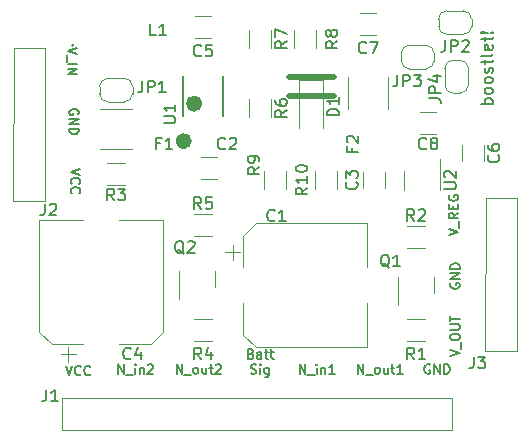
<source format=gto>
G04 #@! TF.GenerationSoftware,KiCad,Pcbnew,7.0.5-0*
G04 #@! TF.CreationDate,2023-12-30T21:45:12-05:00*
G04 #@! TF.ProjectId,boostlet,626f6f73-746c-4657-942e-6b696361645f,rev?*
G04 #@! TF.SameCoordinates,Original*
G04 #@! TF.FileFunction,Legend,Top*
G04 #@! TF.FilePolarity,Positive*
%FSLAX46Y46*%
G04 Gerber Fmt 4.6, Leading zero omitted, Abs format (unit mm)*
G04 Created by KiCad (PCBNEW 7.0.5-0) date 2023-12-30 21:45:12*
%MOMM*%
%LPD*%
G01*
G04 APERTURE LIST*
%ADD10C,0.500000*%
%ADD11C,0.707905*%
%ADD12C,0.175000*%
%ADD13C,0.150000*%
%ADD14C,0.120000*%
%ADD15C,0.152400*%
G04 APERTURE END LIST*
D10*
X125603000Y-86233000D02*
X129413000Y-86233000D01*
X125603000Y-87884000D02*
X129413000Y-87884000D01*
D11*
X117066952Y-91694000D02*
G75*
G03*
X117066952Y-91694000I-353952J0D01*
G01*
X117955952Y-88519000D02*
G75*
G03*
X117955952Y-88519000I-353952J0D01*
G01*
D12*
X107968004Y-94056333D02*
X107168004Y-94323000D01*
X107168004Y-94323000D02*
X107968004Y-94589666D01*
X107244195Y-95313476D02*
X107206100Y-95275380D01*
X107206100Y-95275380D02*
X107168004Y-95161095D01*
X107168004Y-95161095D02*
X107168004Y-95084904D01*
X107168004Y-95084904D02*
X107206100Y-94970618D01*
X107206100Y-94970618D02*
X107282290Y-94894428D01*
X107282290Y-94894428D02*
X107358480Y-94856333D01*
X107358480Y-94856333D02*
X107510861Y-94818237D01*
X107510861Y-94818237D02*
X107625147Y-94818237D01*
X107625147Y-94818237D02*
X107777528Y-94856333D01*
X107777528Y-94856333D02*
X107853719Y-94894428D01*
X107853719Y-94894428D02*
X107929909Y-94970618D01*
X107929909Y-94970618D02*
X107968004Y-95084904D01*
X107968004Y-95084904D02*
X107968004Y-95161095D01*
X107968004Y-95161095D02*
X107929909Y-95275380D01*
X107929909Y-95275380D02*
X107891814Y-95313476D01*
X107244195Y-96113476D02*
X107206100Y-96075380D01*
X107206100Y-96075380D02*
X107168004Y-95961095D01*
X107168004Y-95961095D02*
X107168004Y-95884904D01*
X107168004Y-95884904D02*
X107206100Y-95770618D01*
X107206100Y-95770618D02*
X107282290Y-95694428D01*
X107282290Y-95694428D02*
X107358480Y-95656333D01*
X107358480Y-95656333D02*
X107510861Y-95618237D01*
X107510861Y-95618237D02*
X107625147Y-95618237D01*
X107625147Y-95618237D02*
X107777528Y-95656333D01*
X107777528Y-95656333D02*
X107853719Y-95694428D01*
X107853719Y-95694428D02*
X107929909Y-95770618D01*
X107929909Y-95770618D02*
X107968004Y-95884904D01*
X107968004Y-95884904D02*
X107968004Y-95961095D01*
X107968004Y-95961095D02*
X107929909Y-96075380D01*
X107929909Y-96075380D02*
X107891814Y-96113476D01*
D13*
X142871819Y-88563220D02*
X141871819Y-88563220D01*
X142252771Y-88563220D02*
X142205152Y-88467982D01*
X142205152Y-88467982D02*
X142205152Y-88277506D01*
X142205152Y-88277506D02*
X142252771Y-88182268D01*
X142252771Y-88182268D02*
X142300390Y-88134649D01*
X142300390Y-88134649D02*
X142395628Y-88087030D01*
X142395628Y-88087030D02*
X142681342Y-88087030D01*
X142681342Y-88087030D02*
X142776580Y-88134649D01*
X142776580Y-88134649D02*
X142824200Y-88182268D01*
X142824200Y-88182268D02*
X142871819Y-88277506D01*
X142871819Y-88277506D02*
X142871819Y-88467982D01*
X142871819Y-88467982D02*
X142824200Y-88563220D01*
X142871819Y-87515601D02*
X142824200Y-87610839D01*
X142824200Y-87610839D02*
X142776580Y-87658458D01*
X142776580Y-87658458D02*
X142681342Y-87706077D01*
X142681342Y-87706077D02*
X142395628Y-87706077D01*
X142395628Y-87706077D02*
X142300390Y-87658458D01*
X142300390Y-87658458D02*
X142252771Y-87610839D01*
X142252771Y-87610839D02*
X142205152Y-87515601D01*
X142205152Y-87515601D02*
X142205152Y-87372744D01*
X142205152Y-87372744D02*
X142252771Y-87277506D01*
X142252771Y-87277506D02*
X142300390Y-87229887D01*
X142300390Y-87229887D02*
X142395628Y-87182268D01*
X142395628Y-87182268D02*
X142681342Y-87182268D01*
X142681342Y-87182268D02*
X142776580Y-87229887D01*
X142776580Y-87229887D02*
X142824200Y-87277506D01*
X142824200Y-87277506D02*
X142871819Y-87372744D01*
X142871819Y-87372744D02*
X142871819Y-87515601D01*
X142871819Y-86610839D02*
X142824200Y-86706077D01*
X142824200Y-86706077D02*
X142776580Y-86753696D01*
X142776580Y-86753696D02*
X142681342Y-86801315D01*
X142681342Y-86801315D02*
X142395628Y-86801315D01*
X142395628Y-86801315D02*
X142300390Y-86753696D01*
X142300390Y-86753696D02*
X142252771Y-86706077D01*
X142252771Y-86706077D02*
X142205152Y-86610839D01*
X142205152Y-86610839D02*
X142205152Y-86467982D01*
X142205152Y-86467982D02*
X142252771Y-86372744D01*
X142252771Y-86372744D02*
X142300390Y-86325125D01*
X142300390Y-86325125D02*
X142395628Y-86277506D01*
X142395628Y-86277506D02*
X142681342Y-86277506D01*
X142681342Y-86277506D02*
X142776580Y-86325125D01*
X142776580Y-86325125D02*
X142824200Y-86372744D01*
X142824200Y-86372744D02*
X142871819Y-86467982D01*
X142871819Y-86467982D02*
X142871819Y-86610839D01*
X142824200Y-85896553D02*
X142871819Y-85801315D01*
X142871819Y-85801315D02*
X142871819Y-85610839D01*
X142871819Y-85610839D02*
X142824200Y-85515601D01*
X142824200Y-85515601D02*
X142728961Y-85467982D01*
X142728961Y-85467982D02*
X142681342Y-85467982D01*
X142681342Y-85467982D02*
X142586104Y-85515601D01*
X142586104Y-85515601D02*
X142538485Y-85610839D01*
X142538485Y-85610839D02*
X142538485Y-85753696D01*
X142538485Y-85753696D02*
X142490866Y-85848934D01*
X142490866Y-85848934D02*
X142395628Y-85896553D01*
X142395628Y-85896553D02*
X142348009Y-85896553D01*
X142348009Y-85896553D02*
X142252771Y-85848934D01*
X142252771Y-85848934D02*
X142205152Y-85753696D01*
X142205152Y-85753696D02*
X142205152Y-85610839D01*
X142205152Y-85610839D02*
X142252771Y-85515601D01*
X142205152Y-85182267D02*
X142205152Y-84801315D01*
X141871819Y-85039410D02*
X142728961Y-85039410D01*
X142728961Y-85039410D02*
X142824200Y-84991791D01*
X142824200Y-84991791D02*
X142871819Y-84896553D01*
X142871819Y-84896553D02*
X142871819Y-84801315D01*
X142871819Y-84325124D02*
X142824200Y-84420362D01*
X142824200Y-84420362D02*
X142728961Y-84467981D01*
X142728961Y-84467981D02*
X141871819Y-84467981D01*
X142824200Y-83563219D02*
X142871819Y-83658457D01*
X142871819Y-83658457D02*
X142871819Y-83848933D01*
X142871819Y-83848933D02*
X142824200Y-83944171D01*
X142824200Y-83944171D02*
X142728961Y-83991790D01*
X142728961Y-83991790D02*
X142348009Y-83991790D01*
X142348009Y-83991790D02*
X142252771Y-83944171D01*
X142252771Y-83944171D02*
X142205152Y-83848933D01*
X142205152Y-83848933D02*
X142205152Y-83658457D01*
X142205152Y-83658457D02*
X142252771Y-83563219D01*
X142252771Y-83563219D02*
X142348009Y-83515600D01*
X142348009Y-83515600D02*
X142443247Y-83515600D01*
X142443247Y-83515600D02*
X142538485Y-83991790D01*
X142205152Y-83229885D02*
X142205152Y-82848933D01*
X141871819Y-83087028D02*
X142728961Y-83087028D01*
X142728961Y-83087028D02*
X142824200Y-83039409D01*
X142824200Y-83039409D02*
X142871819Y-82944171D01*
X142871819Y-82944171D02*
X142871819Y-82848933D01*
X142776580Y-82515599D02*
X142824200Y-82467980D01*
X142824200Y-82467980D02*
X142871819Y-82515599D01*
X142871819Y-82515599D02*
X142824200Y-82563218D01*
X142824200Y-82563218D02*
X142776580Y-82515599D01*
X142776580Y-82515599D02*
X142871819Y-82515599D01*
X142490866Y-82515599D02*
X141919438Y-82563218D01*
X141919438Y-82563218D02*
X141871819Y-82515599D01*
X141871819Y-82515599D02*
X141919438Y-82467980D01*
X141919438Y-82467980D02*
X142490866Y-82515599D01*
X142490866Y-82515599D02*
X141871819Y-82515599D01*
D12*
X139300995Y-109918285D02*
X140100995Y-109651618D01*
X140100995Y-109651618D02*
X139300995Y-109384952D01*
X140177185Y-109308762D02*
X140177185Y-108699238D01*
X139300995Y-108356380D02*
X139300995Y-108203999D01*
X139300995Y-108203999D02*
X139339090Y-108127809D01*
X139339090Y-108127809D02*
X139415280Y-108051618D01*
X139415280Y-108051618D02*
X139567661Y-108013523D01*
X139567661Y-108013523D02*
X139834328Y-108013523D01*
X139834328Y-108013523D02*
X139986709Y-108051618D01*
X139986709Y-108051618D02*
X140062900Y-108127809D01*
X140062900Y-108127809D02*
X140100995Y-108203999D01*
X140100995Y-108203999D02*
X140100995Y-108356380D01*
X140100995Y-108356380D02*
X140062900Y-108432571D01*
X140062900Y-108432571D02*
X139986709Y-108508761D01*
X139986709Y-108508761D02*
X139834328Y-108546857D01*
X139834328Y-108546857D02*
X139567661Y-108546857D01*
X139567661Y-108546857D02*
X139415280Y-108508761D01*
X139415280Y-108508761D02*
X139339090Y-108432571D01*
X139339090Y-108432571D02*
X139300995Y-108356380D01*
X139300995Y-107670666D02*
X139948614Y-107670666D01*
X139948614Y-107670666D02*
X140024804Y-107632571D01*
X140024804Y-107632571D02*
X140062900Y-107594476D01*
X140062900Y-107594476D02*
X140100995Y-107518285D01*
X140100995Y-107518285D02*
X140100995Y-107365904D01*
X140100995Y-107365904D02*
X140062900Y-107289714D01*
X140062900Y-107289714D02*
X140024804Y-107251619D01*
X140024804Y-107251619D02*
X139948614Y-107213523D01*
X139948614Y-107213523D02*
X139300995Y-107213523D01*
X139300995Y-106946857D02*
X139300995Y-106489714D01*
X140100995Y-106718286D02*
X139300995Y-106718286D01*
X139173995Y-99650333D02*
X139973995Y-99383666D01*
X139973995Y-99383666D02*
X139173995Y-99117000D01*
X140050185Y-99040810D02*
X140050185Y-98431286D01*
X139973995Y-97783666D02*
X139593042Y-98050333D01*
X139973995Y-98240809D02*
X139173995Y-98240809D01*
X139173995Y-98240809D02*
X139173995Y-97936047D01*
X139173995Y-97936047D02*
X139212090Y-97859857D01*
X139212090Y-97859857D02*
X139250185Y-97821762D01*
X139250185Y-97821762D02*
X139326376Y-97783666D01*
X139326376Y-97783666D02*
X139440661Y-97783666D01*
X139440661Y-97783666D02*
X139516852Y-97821762D01*
X139516852Y-97821762D02*
X139554947Y-97859857D01*
X139554947Y-97859857D02*
X139593042Y-97936047D01*
X139593042Y-97936047D02*
X139593042Y-98240809D01*
X139554947Y-97440809D02*
X139554947Y-97174143D01*
X139973995Y-97059857D02*
X139973995Y-97440809D01*
X139973995Y-97440809D02*
X139173995Y-97440809D01*
X139173995Y-97440809D02*
X139173995Y-97059857D01*
X139212090Y-96297952D02*
X139173995Y-96374142D01*
X139173995Y-96374142D02*
X139173995Y-96488428D01*
X139173995Y-96488428D02*
X139212090Y-96602714D01*
X139212090Y-96602714D02*
X139288280Y-96678904D01*
X139288280Y-96678904D02*
X139364471Y-96716999D01*
X139364471Y-96716999D02*
X139516852Y-96755095D01*
X139516852Y-96755095D02*
X139631138Y-96755095D01*
X139631138Y-96755095D02*
X139783519Y-96716999D01*
X139783519Y-96716999D02*
X139859709Y-96678904D01*
X139859709Y-96678904D02*
X139935900Y-96602714D01*
X139935900Y-96602714D02*
X139973995Y-96488428D01*
X139973995Y-96488428D02*
X139973995Y-96412237D01*
X139973995Y-96412237D02*
X139935900Y-96297952D01*
X139935900Y-96297952D02*
X139897804Y-96259856D01*
X139897804Y-96259856D02*
X139631138Y-96259856D01*
X139631138Y-96259856D02*
X139631138Y-96412237D01*
X111182333Y-111398995D02*
X111182333Y-110598995D01*
X111182333Y-110598995D02*
X111639476Y-111398995D01*
X111639476Y-111398995D02*
X111639476Y-110598995D01*
X111829952Y-111475185D02*
X112439475Y-111475185D01*
X112629952Y-111398995D02*
X112629952Y-110865661D01*
X112629952Y-110598995D02*
X112591856Y-110637090D01*
X112591856Y-110637090D02*
X112629952Y-110675185D01*
X112629952Y-110675185D02*
X112668047Y-110637090D01*
X112668047Y-110637090D02*
X112629952Y-110598995D01*
X112629952Y-110598995D02*
X112629952Y-110675185D01*
X113010904Y-110865661D02*
X113010904Y-111398995D01*
X113010904Y-110941852D02*
X113048999Y-110903757D01*
X113048999Y-110903757D02*
X113125189Y-110865661D01*
X113125189Y-110865661D02*
X113239475Y-110865661D01*
X113239475Y-110865661D02*
X113315666Y-110903757D01*
X113315666Y-110903757D02*
X113353761Y-110979947D01*
X113353761Y-110979947D02*
X113353761Y-111398995D01*
X113696618Y-110675185D02*
X113734714Y-110637090D01*
X113734714Y-110637090D02*
X113810904Y-110598995D01*
X113810904Y-110598995D02*
X114001380Y-110598995D01*
X114001380Y-110598995D02*
X114077571Y-110637090D01*
X114077571Y-110637090D02*
X114115666Y-110675185D01*
X114115666Y-110675185D02*
X114153761Y-110751376D01*
X114153761Y-110751376D02*
X114153761Y-110827566D01*
X114153761Y-110827566D02*
X114115666Y-110941852D01*
X114115666Y-110941852D02*
X113658523Y-111398995D01*
X113658523Y-111398995D02*
X114153761Y-111398995D01*
X106756333Y-110725995D02*
X107023000Y-111525995D01*
X107023000Y-111525995D02*
X107289666Y-110725995D01*
X108013476Y-111449804D02*
X107975380Y-111487900D01*
X107975380Y-111487900D02*
X107861095Y-111525995D01*
X107861095Y-111525995D02*
X107784904Y-111525995D01*
X107784904Y-111525995D02*
X107670618Y-111487900D01*
X107670618Y-111487900D02*
X107594428Y-111411709D01*
X107594428Y-111411709D02*
X107556333Y-111335519D01*
X107556333Y-111335519D02*
X107518237Y-111183138D01*
X107518237Y-111183138D02*
X107518237Y-111068852D01*
X107518237Y-111068852D02*
X107556333Y-110916471D01*
X107556333Y-110916471D02*
X107594428Y-110840280D01*
X107594428Y-110840280D02*
X107670618Y-110764090D01*
X107670618Y-110764090D02*
X107784904Y-110725995D01*
X107784904Y-110725995D02*
X107861095Y-110725995D01*
X107861095Y-110725995D02*
X107975380Y-110764090D01*
X107975380Y-110764090D02*
X108013476Y-110802185D01*
X108813476Y-111449804D02*
X108775380Y-111487900D01*
X108775380Y-111487900D02*
X108661095Y-111525995D01*
X108661095Y-111525995D02*
X108584904Y-111525995D01*
X108584904Y-111525995D02*
X108470618Y-111487900D01*
X108470618Y-111487900D02*
X108394428Y-111411709D01*
X108394428Y-111411709D02*
X108356333Y-111335519D01*
X108356333Y-111335519D02*
X108318237Y-111183138D01*
X108318237Y-111183138D02*
X108318237Y-111068852D01*
X108318237Y-111068852D02*
X108356333Y-110916471D01*
X108356333Y-110916471D02*
X108394428Y-110840280D01*
X108394428Y-110840280D02*
X108470618Y-110764090D01*
X108470618Y-110764090D02*
X108584904Y-110725995D01*
X108584904Y-110725995D02*
X108661095Y-110725995D01*
X108661095Y-110725995D02*
X108775380Y-110764090D01*
X108775380Y-110764090D02*
X108813476Y-110802185D01*
X122428094Y-109691947D02*
X122542380Y-109730042D01*
X122542380Y-109730042D02*
X122580475Y-109768138D01*
X122580475Y-109768138D02*
X122618571Y-109844328D01*
X122618571Y-109844328D02*
X122618571Y-109958614D01*
X122618571Y-109958614D02*
X122580475Y-110034804D01*
X122580475Y-110034804D02*
X122542380Y-110072900D01*
X122542380Y-110072900D02*
X122466190Y-110110995D01*
X122466190Y-110110995D02*
X122161428Y-110110995D01*
X122161428Y-110110995D02*
X122161428Y-109310995D01*
X122161428Y-109310995D02*
X122428094Y-109310995D01*
X122428094Y-109310995D02*
X122504285Y-109349090D01*
X122504285Y-109349090D02*
X122542380Y-109387185D01*
X122542380Y-109387185D02*
X122580475Y-109463376D01*
X122580475Y-109463376D02*
X122580475Y-109539566D01*
X122580475Y-109539566D02*
X122542380Y-109615757D01*
X122542380Y-109615757D02*
X122504285Y-109653852D01*
X122504285Y-109653852D02*
X122428094Y-109691947D01*
X122428094Y-109691947D02*
X122161428Y-109691947D01*
X123304285Y-110110995D02*
X123304285Y-109691947D01*
X123304285Y-109691947D02*
X123266190Y-109615757D01*
X123266190Y-109615757D02*
X123189999Y-109577661D01*
X123189999Y-109577661D02*
X123037618Y-109577661D01*
X123037618Y-109577661D02*
X122961428Y-109615757D01*
X123304285Y-110072900D02*
X123228094Y-110110995D01*
X123228094Y-110110995D02*
X123037618Y-110110995D01*
X123037618Y-110110995D02*
X122961428Y-110072900D01*
X122961428Y-110072900D02*
X122923332Y-109996709D01*
X122923332Y-109996709D02*
X122923332Y-109920519D01*
X122923332Y-109920519D02*
X122961428Y-109844328D01*
X122961428Y-109844328D02*
X123037618Y-109806233D01*
X123037618Y-109806233D02*
X123228094Y-109806233D01*
X123228094Y-109806233D02*
X123304285Y-109768138D01*
X123570952Y-109577661D02*
X123875714Y-109577661D01*
X123685238Y-109310995D02*
X123685238Y-109996709D01*
X123685238Y-109996709D02*
X123723333Y-110072900D01*
X123723333Y-110072900D02*
X123799523Y-110110995D01*
X123799523Y-110110995D02*
X123875714Y-110110995D01*
X124028095Y-109577661D02*
X124332857Y-109577661D01*
X124142381Y-109310995D02*
X124142381Y-109996709D01*
X124142381Y-109996709D02*
X124180476Y-110072900D01*
X124180476Y-110072900D02*
X124256666Y-110110995D01*
X124256666Y-110110995D02*
X124332857Y-110110995D01*
X122409047Y-111360900D02*
X122523333Y-111398995D01*
X122523333Y-111398995D02*
X122713809Y-111398995D01*
X122713809Y-111398995D02*
X122790000Y-111360900D01*
X122790000Y-111360900D02*
X122828095Y-111322804D01*
X122828095Y-111322804D02*
X122866190Y-111246614D01*
X122866190Y-111246614D02*
X122866190Y-111170423D01*
X122866190Y-111170423D02*
X122828095Y-111094233D01*
X122828095Y-111094233D02*
X122790000Y-111056138D01*
X122790000Y-111056138D02*
X122713809Y-111018042D01*
X122713809Y-111018042D02*
X122561428Y-110979947D01*
X122561428Y-110979947D02*
X122485238Y-110941852D01*
X122485238Y-110941852D02*
X122447143Y-110903757D01*
X122447143Y-110903757D02*
X122409047Y-110827566D01*
X122409047Y-110827566D02*
X122409047Y-110751376D01*
X122409047Y-110751376D02*
X122447143Y-110675185D01*
X122447143Y-110675185D02*
X122485238Y-110637090D01*
X122485238Y-110637090D02*
X122561428Y-110598995D01*
X122561428Y-110598995D02*
X122751905Y-110598995D01*
X122751905Y-110598995D02*
X122866190Y-110637090D01*
X123209048Y-111398995D02*
X123209048Y-110865661D01*
X123209048Y-110598995D02*
X123170952Y-110637090D01*
X123170952Y-110637090D02*
X123209048Y-110675185D01*
X123209048Y-110675185D02*
X123247143Y-110637090D01*
X123247143Y-110637090D02*
X123209048Y-110598995D01*
X123209048Y-110598995D02*
X123209048Y-110675185D01*
X123932857Y-110865661D02*
X123932857Y-111513280D01*
X123932857Y-111513280D02*
X123894762Y-111589471D01*
X123894762Y-111589471D02*
X123856666Y-111627566D01*
X123856666Y-111627566D02*
X123780476Y-111665661D01*
X123780476Y-111665661D02*
X123666190Y-111665661D01*
X123666190Y-111665661D02*
X123590000Y-111627566D01*
X123932857Y-111360900D02*
X123856666Y-111398995D01*
X123856666Y-111398995D02*
X123704285Y-111398995D01*
X123704285Y-111398995D02*
X123628095Y-111360900D01*
X123628095Y-111360900D02*
X123590000Y-111322804D01*
X123590000Y-111322804D02*
X123551904Y-111246614D01*
X123551904Y-111246614D02*
X123551904Y-111018042D01*
X123551904Y-111018042D02*
X123590000Y-110941852D01*
X123590000Y-110941852D02*
X123628095Y-110903757D01*
X123628095Y-110903757D02*
X123704285Y-110865661D01*
X123704285Y-110865661D02*
X123856666Y-110865661D01*
X123856666Y-110865661D02*
X123932857Y-110903757D01*
X137566476Y-110637090D02*
X137490286Y-110598995D01*
X137490286Y-110598995D02*
X137376000Y-110598995D01*
X137376000Y-110598995D02*
X137261714Y-110637090D01*
X137261714Y-110637090D02*
X137185524Y-110713280D01*
X137185524Y-110713280D02*
X137147429Y-110789471D01*
X137147429Y-110789471D02*
X137109333Y-110941852D01*
X137109333Y-110941852D02*
X137109333Y-111056138D01*
X137109333Y-111056138D02*
X137147429Y-111208519D01*
X137147429Y-111208519D02*
X137185524Y-111284709D01*
X137185524Y-111284709D02*
X137261714Y-111360900D01*
X137261714Y-111360900D02*
X137376000Y-111398995D01*
X137376000Y-111398995D02*
X137452191Y-111398995D01*
X137452191Y-111398995D02*
X137566476Y-111360900D01*
X137566476Y-111360900D02*
X137604572Y-111322804D01*
X137604572Y-111322804D02*
X137604572Y-111056138D01*
X137604572Y-111056138D02*
X137452191Y-111056138D01*
X137947429Y-111398995D02*
X137947429Y-110598995D01*
X137947429Y-110598995D02*
X138404572Y-111398995D01*
X138404572Y-111398995D02*
X138404572Y-110598995D01*
X138785524Y-111398995D02*
X138785524Y-110598995D01*
X138785524Y-110598995D02*
X138976000Y-110598995D01*
X138976000Y-110598995D02*
X139090286Y-110637090D01*
X139090286Y-110637090D02*
X139166476Y-110713280D01*
X139166476Y-110713280D02*
X139204571Y-110789471D01*
X139204571Y-110789471D02*
X139242667Y-110941852D01*
X139242667Y-110941852D02*
X139242667Y-111056138D01*
X139242667Y-111056138D02*
X139204571Y-111208519D01*
X139204571Y-111208519D02*
X139166476Y-111284709D01*
X139166476Y-111284709D02*
X139090286Y-111360900D01*
X139090286Y-111360900D02*
X138976000Y-111398995D01*
X138976000Y-111398995D02*
X138785524Y-111398995D01*
X131483333Y-111398995D02*
X131483333Y-110598995D01*
X131483333Y-110598995D02*
X131940476Y-111398995D01*
X131940476Y-111398995D02*
X131940476Y-110598995D01*
X132130952Y-111475185D02*
X132740475Y-111475185D01*
X133045237Y-111398995D02*
X132969047Y-111360900D01*
X132969047Y-111360900D02*
X132930952Y-111322804D01*
X132930952Y-111322804D02*
X132892856Y-111246614D01*
X132892856Y-111246614D02*
X132892856Y-111018042D01*
X132892856Y-111018042D02*
X132930952Y-110941852D01*
X132930952Y-110941852D02*
X132969047Y-110903757D01*
X132969047Y-110903757D02*
X133045237Y-110865661D01*
X133045237Y-110865661D02*
X133159523Y-110865661D01*
X133159523Y-110865661D02*
X133235714Y-110903757D01*
X133235714Y-110903757D02*
X133273809Y-110941852D01*
X133273809Y-110941852D02*
X133311904Y-111018042D01*
X133311904Y-111018042D02*
X133311904Y-111246614D01*
X133311904Y-111246614D02*
X133273809Y-111322804D01*
X133273809Y-111322804D02*
X133235714Y-111360900D01*
X133235714Y-111360900D02*
X133159523Y-111398995D01*
X133159523Y-111398995D02*
X133045237Y-111398995D01*
X133997619Y-110865661D02*
X133997619Y-111398995D01*
X133654762Y-110865661D02*
X133654762Y-111284709D01*
X133654762Y-111284709D02*
X133692857Y-111360900D01*
X133692857Y-111360900D02*
X133769047Y-111398995D01*
X133769047Y-111398995D02*
X133883333Y-111398995D01*
X133883333Y-111398995D02*
X133959524Y-111360900D01*
X133959524Y-111360900D02*
X133997619Y-111322804D01*
X134264286Y-110865661D02*
X134569048Y-110865661D01*
X134378572Y-110598995D02*
X134378572Y-111284709D01*
X134378572Y-111284709D02*
X134416667Y-111360900D01*
X134416667Y-111360900D02*
X134492857Y-111398995D01*
X134492857Y-111398995D02*
X134569048Y-111398995D01*
X135254762Y-111398995D02*
X134797619Y-111398995D01*
X135026191Y-111398995D02*
X135026191Y-110598995D01*
X135026191Y-110598995D02*
X134950000Y-110713280D01*
X134950000Y-110713280D02*
X134873810Y-110789471D01*
X134873810Y-110789471D02*
X134797619Y-110827566D01*
X139339090Y-103733523D02*
X139300995Y-103809713D01*
X139300995Y-103809713D02*
X139300995Y-103923999D01*
X139300995Y-103923999D02*
X139339090Y-104038285D01*
X139339090Y-104038285D02*
X139415280Y-104114475D01*
X139415280Y-104114475D02*
X139491471Y-104152570D01*
X139491471Y-104152570D02*
X139643852Y-104190666D01*
X139643852Y-104190666D02*
X139758138Y-104190666D01*
X139758138Y-104190666D02*
X139910519Y-104152570D01*
X139910519Y-104152570D02*
X139986709Y-104114475D01*
X139986709Y-104114475D02*
X140062900Y-104038285D01*
X140062900Y-104038285D02*
X140100995Y-103923999D01*
X140100995Y-103923999D02*
X140100995Y-103847808D01*
X140100995Y-103847808D02*
X140062900Y-103733523D01*
X140062900Y-103733523D02*
X140024804Y-103695427D01*
X140024804Y-103695427D02*
X139758138Y-103695427D01*
X139758138Y-103695427D02*
X139758138Y-103847808D01*
X140100995Y-103352570D02*
X139300995Y-103352570D01*
X139300995Y-103352570D02*
X140100995Y-102895427D01*
X140100995Y-102895427D02*
X139300995Y-102895427D01*
X140100995Y-102514475D02*
X139300995Y-102514475D01*
X139300995Y-102514475D02*
X139300995Y-102323999D01*
X139300995Y-102323999D02*
X139339090Y-102209713D01*
X139339090Y-102209713D02*
X139415280Y-102133523D01*
X139415280Y-102133523D02*
X139491471Y-102095428D01*
X139491471Y-102095428D02*
X139643852Y-102057332D01*
X139643852Y-102057332D02*
X139758138Y-102057332D01*
X139758138Y-102057332D02*
X139910519Y-102095428D01*
X139910519Y-102095428D02*
X139986709Y-102133523D01*
X139986709Y-102133523D02*
X140062900Y-102209713D01*
X140062900Y-102209713D02*
X140100995Y-102323999D01*
X140100995Y-102323999D02*
X140100995Y-102514475D01*
X107714004Y-83782048D02*
X106914004Y-84048715D01*
X106914004Y-84048715D02*
X107714004Y-84315381D01*
X106837814Y-84391572D02*
X106837814Y-85001095D01*
X106914004Y-85191572D02*
X107714004Y-85191572D01*
X106914004Y-85572524D02*
X107714004Y-85572524D01*
X107714004Y-85572524D02*
X106914004Y-86029667D01*
X106914004Y-86029667D02*
X107714004Y-86029667D01*
X126549333Y-111398995D02*
X126549333Y-110598995D01*
X126549333Y-110598995D02*
X127006476Y-111398995D01*
X127006476Y-111398995D02*
X127006476Y-110598995D01*
X127196952Y-111475185D02*
X127806475Y-111475185D01*
X127996952Y-111398995D02*
X127996952Y-110865661D01*
X127996952Y-110598995D02*
X127958856Y-110637090D01*
X127958856Y-110637090D02*
X127996952Y-110675185D01*
X127996952Y-110675185D02*
X128035047Y-110637090D01*
X128035047Y-110637090D02*
X127996952Y-110598995D01*
X127996952Y-110598995D02*
X127996952Y-110675185D01*
X128377904Y-110865661D02*
X128377904Y-111398995D01*
X128377904Y-110941852D02*
X128415999Y-110903757D01*
X128415999Y-110903757D02*
X128492189Y-110865661D01*
X128492189Y-110865661D02*
X128606475Y-110865661D01*
X128606475Y-110865661D02*
X128682666Y-110903757D01*
X128682666Y-110903757D02*
X128720761Y-110979947D01*
X128720761Y-110979947D02*
X128720761Y-111398995D01*
X129520761Y-111398995D02*
X129063618Y-111398995D01*
X129292190Y-111398995D02*
X129292190Y-110598995D01*
X129292190Y-110598995D02*
X129215999Y-110713280D01*
X129215999Y-110713280D02*
X129139809Y-110789471D01*
X129139809Y-110789471D02*
X129063618Y-110827566D01*
X107802909Y-89433476D02*
X107841004Y-89357286D01*
X107841004Y-89357286D02*
X107841004Y-89243000D01*
X107841004Y-89243000D02*
X107802909Y-89128714D01*
X107802909Y-89128714D02*
X107726719Y-89052524D01*
X107726719Y-89052524D02*
X107650528Y-89014429D01*
X107650528Y-89014429D02*
X107498147Y-88976333D01*
X107498147Y-88976333D02*
X107383861Y-88976333D01*
X107383861Y-88976333D02*
X107231480Y-89014429D01*
X107231480Y-89014429D02*
X107155290Y-89052524D01*
X107155290Y-89052524D02*
X107079100Y-89128714D01*
X107079100Y-89128714D02*
X107041004Y-89243000D01*
X107041004Y-89243000D02*
X107041004Y-89319191D01*
X107041004Y-89319191D02*
X107079100Y-89433476D01*
X107079100Y-89433476D02*
X107117195Y-89471572D01*
X107117195Y-89471572D02*
X107383861Y-89471572D01*
X107383861Y-89471572D02*
X107383861Y-89319191D01*
X107041004Y-89814429D02*
X107841004Y-89814429D01*
X107841004Y-89814429D02*
X107041004Y-90271572D01*
X107041004Y-90271572D02*
X107841004Y-90271572D01*
X107041004Y-90652524D02*
X107841004Y-90652524D01*
X107841004Y-90652524D02*
X107841004Y-90843000D01*
X107841004Y-90843000D02*
X107802909Y-90957286D01*
X107802909Y-90957286D02*
X107726719Y-91033476D01*
X107726719Y-91033476D02*
X107650528Y-91071571D01*
X107650528Y-91071571D02*
X107498147Y-91109667D01*
X107498147Y-91109667D02*
X107383861Y-91109667D01*
X107383861Y-91109667D02*
X107231480Y-91071571D01*
X107231480Y-91071571D02*
X107155290Y-91033476D01*
X107155290Y-91033476D02*
X107079100Y-90957286D01*
X107079100Y-90957286D02*
X107041004Y-90843000D01*
X107041004Y-90843000D02*
X107041004Y-90652524D01*
X116116333Y-111398995D02*
X116116333Y-110598995D01*
X116116333Y-110598995D02*
X116573476Y-111398995D01*
X116573476Y-111398995D02*
X116573476Y-110598995D01*
X116763952Y-111475185D02*
X117373475Y-111475185D01*
X117678237Y-111398995D02*
X117602047Y-111360900D01*
X117602047Y-111360900D02*
X117563952Y-111322804D01*
X117563952Y-111322804D02*
X117525856Y-111246614D01*
X117525856Y-111246614D02*
X117525856Y-111018042D01*
X117525856Y-111018042D02*
X117563952Y-110941852D01*
X117563952Y-110941852D02*
X117602047Y-110903757D01*
X117602047Y-110903757D02*
X117678237Y-110865661D01*
X117678237Y-110865661D02*
X117792523Y-110865661D01*
X117792523Y-110865661D02*
X117868714Y-110903757D01*
X117868714Y-110903757D02*
X117906809Y-110941852D01*
X117906809Y-110941852D02*
X117944904Y-111018042D01*
X117944904Y-111018042D02*
X117944904Y-111246614D01*
X117944904Y-111246614D02*
X117906809Y-111322804D01*
X117906809Y-111322804D02*
X117868714Y-111360900D01*
X117868714Y-111360900D02*
X117792523Y-111398995D01*
X117792523Y-111398995D02*
X117678237Y-111398995D01*
X118630619Y-110865661D02*
X118630619Y-111398995D01*
X118287762Y-110865661D02*
X118287762Y-111284709D01*
X118287762Y-111284709D02*
X118325857Y-111360900D01*
X118325857Y-111360900D02*
X118402047Y-111398995D01*
X118402047Y-111398995D02*
X118516333Y-111398995D01*
X118516333Y-111398995D02*
X118592524Y-111360900D01*
X118592524Y-111360900D02*
X118630619Y-111322804D01*
X118897286Y-110865661D02*
X119202048Y-110865661D01*
X119011572Y-110598995D02*
X119011572Y-111284709D01*
X119011572Y-111284709D02*
X119049667Y-111360900D01*
X119049667Y-111360900D02*
X119125857Y-111398995D01*
X119125857Y-111398995D02*
X119202048Y-111398995D01*
X119430619Y-110675185D02*
X119468715Y-110637090D01*
X119468715Y-110637090D02*
X119544905Y-110598995D01*
X119544905Y-110598995D02*
X119735381Y-110598995D01*
X119735381Y-110598995D02*
X119811572Y-110637090D01*
X119811572Y-110637090D02*
X119849667Y-110675185D01*
X119849667Y-110675185D02*
X119887762Y-110751376D01*
X119887762Y-110751376D02*
X119887762Y-110827566D01*
X119887762Y-110827566D02*
X119849667Y-110941852D01*
X119849667Y-110941852D02*
X119392524Y-111398995D01*
X119392524Y-111398995D02*
X119887762Y-111398995D01*
D13*
G04 #@! TO.C,C1*
X124420333Y-98403580D02*
X124372714Y-98451200D01*
X124372714Y-98451200D02*
X124229857Y-98498819D01*
X124229857Y-98498819D02*
X124134619Y-98498819D01*
X124134619Y-98498819D02*
X123991762Y-98451200D01*
X123991762Y-98451200D02*
X123896524Y-98355961D01*
X123896524Y-98355961D02*
X123848905Y-98260723D01*
X123848905Y-98260723D02*
X123801286Y-98070247D01*
X123801286Y-98070247D02*
X123801286Y-97927390D01*
X123801286Y-97927390D02*
X123848905Y-97736914D01*
X123848905Y-97736914D02*
X123896524Y-97641676D01*
X123896524Y-97641676D02*
X123991762Y-97546438D01*
X123991762Y-97546438D02*
X124134619Y-97498819D01*
X124134619Y-97498819D02*
X124229857Y-97498819D01*
X124229857Y-97498819D02*
X124372714Y-97546438D01*
X124372714Y-97546438D02*
X124420333Y-97594057D01*
X125372714Y-98498819D02*
X124801286Y-98498819D01*
X125087000Y-98498819D02*
X125087000Y-97498819D01*
X125087000Y-97498819D02*
X124991762Y-97641676D01*
X124991762Y-97641676D02*
X124896524Y-97736914D01*
X124896524Y-97736914D02*
X124801286Y-97784533D01*
G04 #@! TO.C,JP2*
X138866666Y-83147819D02*
X138866666Y-83862104D01*
X138866666Y-83862104D02*
X138819047Y-84004961D01*
X138819047Y-84004961D02*
X138723809Y-84100200D01*
X138723809Y-84100200D02*
X138580952Y-84147819D01*
X138580952Y-84147819D02*
X138485714Y-84147819D01*
X139342857Y-84147819D02*
X139342857Y-83147819D01*
X139342857Y-83147819D02*
X139723809Y-83147819D01*
X139723809Y-83147819D02*
X139819047Y-83195438D01*
X139819047Y-83195438D02*
X139866666Y-83243057D01*
X139866666Y-83243057D02*
X139914285Y-83338295D01*
X139914285Y-83338295D02*
X139914285Y-83481152D01*
X139914285Y-83481152D02*
X139866666Y-83576390D01*
X139866666Y-83576390D02*
X139819047Y-83624009D01*
X139819047Y-83624009D02*
X139723809Y-83671628D01*
X139723809Y-83671628D02*
X139342857Y-83671628D01*
X140295238Y-83243057D02*
X140342857Y-83195438D01*
X140342857Y-83195438D02*
X140438095Y-83147819D01*
X140438095Y-83147819D02*
X140676190Y-83147819D01*
X140676190Y-83147819D02*
X140771428Y-83195438D01*
X140771428Y-83195438D02*
X140819047Y-83243057D01*
X140819047Y-83243057D02*
X140866666Y-83338295D01*
X140866666Y-83338295D02*
X140866666Y-83433533D01*
X140866666Y-83433533D02*
X140819047Y-83576390D01*
X140819047Y-83576390D02*
X140247619Y-84147819D01*
X140247619Y-84147819D02*
X140866666Y-84147819D01*
G04 #@! TO.C,R8*
X129740819Y-83224666D02*
X129264628Y-83557999D01*
X129740819Y-83796094D02*
X128740819Y-83796094D01*
X128740819Y-83796094D02*
X128740819Y-83415142D01*
X128740819Y-83415142D02*
X128788438Y-83319904D01*
X128788438Y-83319904D02*
X128836057Y-83272285D01*
X128836057Y-83272285D02*
X128931295Y-83224666D01*
X128931295Y-83224666D02*
X129074152Y-83224666D01*
X129074152Y-83224666D02*
X129169390Y-83272285D01*
X129169390Y-83272285D02*
X129217009Y-83319904D01*
X129217009Y-83319904D02*
X129264628Y-83415142D01*
X129264628Y-83415142D02*
X129264628Y-83796094D01*
X129169390Y-82653237D02*
X129121771Y-82748475D01*
X129121771Y-82748475D02*
X129074152Y-82796094D01*
X129074152Y-82796094D02*
X128978914Y-82843713D01*
X128978914Y-82843713D02*
X128931295Y-82843713D01*
X128931295Y-82843713D02*
X128836057Y-82796094D01*
X128836057Y-82796094D02*
X128788438Y-82748475D01*
X128788438Y-82748475D02*
X128740819Y-82653237D01*
X128740819Y-82653237D02*
X128740819Y-82462761D01*
X128740819Y-82462761D02*
X128788438Y-82367523D01*
X128788438Y-82367523D02*
X128836057Y-82319904D01*
X128836057Y-82319904D02*
X128931295Y-82272285D01*
X128931295Y-82272285D02*
X128978914Y-82272285D01*
X128978914Y-82272285D02*
X129074152Y-82319904D01*
X129074152Y-82319904D02*
X129121771Y-82367523D01*
X129121771Y-82367523D02*
X129169390Y-82462761D01*
X129169390Y-82462761D02*
X129169390Y-82653237D01*
X129169390Y-82653237D02*
X129217009Y-82748475D01*
X129217009Y-82748475D02*
X129264628Y-82796094D01*
X129264628Y-82796094D02*
X129359866Y-82843713D01*
X129359866Y-82843713D02*
X129550342Y-82843713D01*
X129550342Y-82843713D02*
X129645580Y-82796094D01*
X129645580Y-82796094D02*
X129693200Y-82748475D01*
X129693200Y-82748475D02*
X129740819Y-82653237D01*
X129740819Y-82653237D02*
X129740819Y-82462761D01*
X129740819Y-82462761D02*
X129693200Y-82367523D01*
X129693200Y-82367523D02*
X129645580Y-82319904D01*
X129645580Y-82319904D02*
X129550342Y-82272285D01*
X129550342Y-82272285D02*
X129359866Y-82272285D01*
X129359866Y-82272285D02*
X129264628Y-82319904D01*
X129264628Y-82319904D02*
X129217009Y-82367523D01*
X129217009Y-82367523D02*
X129169390Y-82462761D01*
G04 #@! TO.C,U1*
X115024819Y-90169904D02*
X115834342Y-90169904D01*
X115834342Y-90169904D02*
X115929580Y-90122285D01*
X115929580Y-90122285D02*
X115977200Y-90074666D01*
X115977200Y-90074666D02*
X116024819Y-89979428D01*
X116024819Y-89979428D02*
X116024819Y-89788952D01*
X116024819Y-89788952D02*
X115977200Y-89693714D01*
X115977200Y-89693714D02*
X115929580Y-89646095D01*
X115929580Y-89646095D02*
X115834342Y-89598476D01*
X115834342Y-89598476D02*
X115024819Y-89598476D01*
X116024819Y-88598476D02*
X116024819Y-89169904D01*
X116024819Y-88884190D02*
X115024819Y-88884190D01*
X115024819Y-88884190D02*
X115167676Y-88979428D01*
X115167676Y-88979428D02*
X115262914Y-89074666D01*
X115262914Y-89074666D02*
X115310533Y-89169904D01*
G04 #@! TO.C,R3*
X110831333Y-96720819D02*
X110498000Y-96244628D01*
X110259905Y-96720819D02*
X110259905Y-95720819D01*
X110259905Y-95720819D02*
X110640857Y-95720819D01*
X110640857Y-95720819D02*
X110736095Y-95768438D01*
X110736095Y-95768438D02*
X110783714Y-95816057D01*
X110783714Y-95816057D02*
X110831333Y-95911295D01*
X110831333Y-95911295D02*
X110831333Y-96054152D01*
X110831333Y-96054152D02*
X110783714Y-96149390D01*
X110783714Y-96149390D02*
X110736095Y-96197009D01*
X110736095Y-96197009D02*
X110640857Y-96244628D01*
X110640857Y-96244628D02*
X110259905Y-96244628D01*
X111164667Y-95720819D02*
X111783714Y-95720819D01*
X111783714Y-95720819D02*
X111450381Y-96101771D01*
X111450381Y-96101771D02*
X111593238Y-96101771D01*
X111593238Y-96101771D02*
X111688476Y-96149390D01*
X111688476Y-96149390D02*
X111736095Y-96197009D01*
X111736095Y-96197009D02*
X111783714Y-96292247D01*
X111783714Y-96292247D02*
X111783714Y-96530342D01*
X111783714Y-96530342D02*
X111736095Y-96625580D01*
X111736095Y-96625580D02*
X111688476Y-96673200D01*
X111688476Y-96673200D02*
X111593238Y-96720819D01*
X111593238Y-96720819D02*
X111307524Y-96720819D01*
X111307524Y-96720819D02*
X111212286Y-96673200D01*
X111212286Y-96673200D02*
X111164667Y-96625580D01*
G04 #@! TO.C,J3*
X141271666Y-109944819D02*
X141271666Y-110659104D01*
X141271666Y-110659104D02*
X141224047Y-110801961D01*
X141224047Y-110801961D02*
X141128809Y-110897200D01*
X141128809Y-110897200D02*
X140985952Y-110944819D01*
X140985952Y-110944819D02*
X140890714Y-110944819D01*
X141652619Y-109944819D02*
X142271666Y-109944819D01*
X142271666Y-109944819D02*
X141938333Y-110325771D01*
X141938333Y-110325771D02*
X142081190Y-110325771D01*
X142081190Y-110325771D02*
X142176428Y-110373390D01*
X142176428Y-110373390D02*
X142224047Y-110421009D01*
X142224047Y-110421009D02*
X142271666Y-110516247D01*
X142271666Y-110516247D02*
X142271666Y-110754342D01*
X142271666Y-110754342D02*
X142224047Y-110849580D01*
X142224047Y-110849580D02*
X142176428Y-110897200D01*
X142176428Y-110897200D02*
X142081190Y-110944819D01*
X142081190Y-110944819D02*
X141795476Y-110944819D01*
X141795476Y-110944819D02*
X141700238Y-110897200D01*
X141700238Y-110897200D02*
X141652619Y-110849580D01*
G04 #@! TO.C,JP3*
X134802666Y-86068819D02*
X134802666Y-86783104D01*
X134802666Y-86783104D02*
X134755047Y-86925961D01*
X134755047Y-86925961D02*
X134659809Y-87021200D01*
X134659809Y-87021200D02*
X134516952Y-87068819D01*
X134516952Y-87068819D02*
X134421714Y-87068819D01*
X135278857Y-87068819D02*
X135278857Y-86068819D01*
X135278857Y-86068819D02*
X135659809Y-86068819D01*
X135659809Y-86068819D02*
X135755047Y-86116438D01*
X135755047Y-86116438D02*
X135802666Y-86164057D01*
X135802666Y-86164057D02*
X135850285Y-86259295D01*
X135850285Y-86259295D02*
X135850285Y-86402152D01*
X135850285Y-86402152D02*
X135802666Y-86497390D01*
X135802666Y-86497390D02*
X135755047Y-86545009D01*
X135755047Y-86545009D02*
X135659809Y-86592628D01*
X135659809Y-86592628D02*
X135278857Y-86592628D01*
X136183619Y-86068819D02*
X136802666Y-86068819D01*
X136802666Y-86068819D02*
X136469333Y-86449771D01*
X136469333Y-86449771D02*
X136612190Y-86449771D01*
X136612190Y-86449771D02*
X136707428Y-86497390D01*
X136707428Y-86497390D02*
X136755047Y-86545009D01*
X136755047Y-86545009D02*
X136802666Y-86640247D01*
X136802666Y-86640247D02*
X136802666Y-86878342D01*
X136802666Y-86878342D02*
X136755047Y-86973580D01*
X136755047Y-86973580D02*
X136707428Y-87021200D01*
X136707428Y-87021200D02*
X136612190Y-87068819D01*
X136612190Y-87068819D02*
X136326476Y-87068819D01*
X136326476Y-87068819D02*
X136231238Y-87021200D01*
X136231238Y-87021200D02*
X136183619Y-86973580D01*
G04 #@! TO.C,R9*
X123136819Y-93892666D02*
X122660628Y-94225999D01*
X123136819Y-94464094D02*
X122136819Y-94464094D01*
X122136819Y-94464094D02*
X122136819Y-94083142D01*
X122136819Y-94083142D02*
X122184438Y-93987904D01*
X122184438Y-93987904D02*
X122232057Y-93940285D01*
X122232057Y-93940285D02*
X122327295Y-93892666D01*
X122327295Y-93892666D02*
X122470152Y-93892666D01*
X122470152Y-93892666D02*
X122565390Y-93940285D01*
X122565390Y-93940285D02*
X122613009Y-93987904D01*
X122613009Y-93987904D02*
X122660628Y-94083142D01*
X122660628Y-94083142D02*
X122660628Y-94464094D01*
X123136819Y-93416475D02*
X123136819Y-93225999D01*
X123136819Y-93225999D02*
X123089200Y-93130761D01*
X123089200Y-93130761D02*
X123041580Y-93083142D01*
X123041580Y-93083142D02*
X122898723Y-92987904D01*
X122898723Y-92987904D02*
X122708247Y-92940285D01*
X122708247Y-92940285D02*
X122327295Y-92940285D01*
X122327295Y-92940285D02*
X122232057Y-92987904D01*
X122232057Y-92987904D02*
X122184438Y-93035523D01*
X122184438Y-93035523D02*
X122136819Y-93130761D01*
X122136819Y-93130761D02*
X122136819Y-93321237D01*
X122136819Y-93321237D02*
X122184438Y-93416475D01*
X122184438Y-93416475D02*
X122232057Y-93464094D01*
X122232057Y-93464094D02*
X122327295Y-93511713D01*
X122327295Y-93511713D02*
X122565390Y-93511713D01*
X122565390Y-93511713D02*
X122660628Y-93464094D01*
X122660628Y-93464094D02*
X122708247Y-93416475D01*
X122708247Y-93416475D02*
X122755866Y-93321237D01*
X122755866Y-93321237D02*
X122755866Y-93130761D01*
X122755866Y-93130761D02*
X122708247Y-93035523D01*
X122708247Y-93035523D02*
X122660628Y-92987904D01*
X122660628Y-92987904D02*
X122565390Y-92940285D01*
G04 #@! TO.C,R7*
X125464819Y-83224666D02*
X124988628Y-83557999D01*
X125464819Y-83796094D02*
X124464819Y-83796094D01*
X124464819Y-83796094D02*
X124464819Y-83415142D01*
X124464819Y-83415142D02*
X124512438Y-83319904D01*
X124512438Y-83319904D02*
X124560057Y-83272285D01*
X124560057Y-83272285D02*
X124655295Y-83224666D01*
X124655295Y-83224666D02*
X124798152Y-83224666D01*
X124798152Y-83224666D02*
X124893390Y-83272285D01*
X124893390Y-83272285D02*
X124941009Y-83319904D01*
X124941009Y-83319904D02*
X124988628Y-83415142D01*
X124988628Y-83415142D02*
X124988628Y-83796094D01*
X124464819Y-82891332D02*
X124464819Y-82224666D01*
X124464819Y-82224666D02*
X125464819Y-82653237D01*
G04 #@! TO.C,R1*
X136231333Y-110182819D02*
X135898000Y-109706628D01*
X135659905Y-110182819D02*
X135659905Y-109182819D01*
X135659905Y-109182819D02*
X136040857Y-109182819D01*
X136040857Y-109182819D02*
X136136095Y-109230438D01*
X136136095Y-109230438D02*
X136183714Y-109278057D01*
X136183714Y-109278057D02*
X136231333Y-109373295D01*
X136231333Y-109373295D02*
X136231333Y-109516152D01*
X136231333Y-109516152D02*
X136183714Y-109611390D01*
X136183714Y-109611390D02*
X136136095Y-109659009D01*
X136136095Y-109659009D02*
X136040857Y-109706628D01*
X136040857Y-109706628D02*
X135659905Y-109706628D01*
X137183714Y-110182819D02*
X136612286Y-110182819D01*
X136898000Y-110182819D02*
X136898000Y-109182819D01*
X136898000Y-109182819D02*
X136802762Y-109325676D01*
X136802762Y-109325676D02*
X136707524Y-109420914D01*
X136707524Y-109420914D02*
X136612286Y-109468533D01*
G04 #@! TO.C,C6*
X143361580Y-92876666D02*
X143409200Y-92924285D01*
X143409200Y-92924285D02*
X143456819Y-93067142D01*
X143456819Y-93067142D02*
X143456819Y-93162380D01*
X143456819Y-93162380D02*
X143409200Y-93305237D01*
X143409200Y-93305237D02*
X143313961Y-93400475D01*
X143313961Y-93400475D02*
X143218723Y-93448094D01*
X143218723Y-93448094D02*
X143028247Y-93495713D01*
X143028247Y-93495713D02*
X142885390Y-93495713D01*
X142885390Y-93495713D02*
X142694914Y-93448094D01*
X142694914Y-93448094D02*
X142599676Y-93400475D01*
X142599676Y-93400475D02*
X142504438Y-93305237D01*
X142504438Y-93305237D02*
X142456819Y-93162380D01*
X142456819Y-93162380D02*
X142456819Y-93067142D01*
X142456819Y-93067142D02*
X142504438Y-92924285D01*
X142504438Y-92924285D02*
X142552057Y-92876666D01*
X142456819Y-92019523D02*
X142456819Y-92209999D01*
X142456819Y-92209999D02*
X142504438Y-92305237D01*
X142504438Y-92305237D02*
X142552057Y-92352856D01*
X142552057Y-92352856D02*
X142694914Y-92448094D01*
X142694914Y-92448094D02*
X142885390Y-92495713D01*
X142885390Y-92495713D02*
X143266342Y-92495713D01*
X143266342Y-92495713D02*
X143361580Y-92448094D01*
X143361580Y-92448094D02*
X143409200Y-92400475D01*
X143409200Y-92400475D02*
X143456819Y-92305237D01*
X143456819Y-92305237D02*
X143456819Y-92114761D01*
X143456819Y-92114761D02*
X143409200Y-92019523D01*
X143409200Y-92019523D02*
X143361580Y-91971904D01*
X143361580Y-91971904D02*
X143266342Y-91924285D01*
X143266342Y-91924285D02*
X143028247Y-91924285D01*
X143028247Y-91924285D02*
X142933009Y-91971904D01*
X142933009Y-91971904D02*
X142885390Y-92019523D01*
X142885390Y-92019523D02*
X142837771Y-92114761D01*
X142837771Y-92114761D02*
X142837771Y-92305237D01*
X142837771Y-92305237D02*
X142885390Y-92400475D01*
X142885390Y-92400475D02*
X142933009Y-92448094D01*
X142933009Y-92448094D02*
X143028247Y-92495713D01*
G04 #@! TO.C,D1*
X129867819Y-89511094D02*
X128867819Y-89511094D01*
X128867819Y-89511094D02*
X128867819Y-89272999D01*
X128867819Y-89272999D02*
X128915438Y-89130142D01*
X128915438Y-89130142D02*
X129010676Y-89034904D01*
X129010676Y-89034904D02*
X129105914Y-88987285D01*
X129105914Y-88987285D02*
X129296390Y-88939666D01*
X129296390Y-88939666D02*
X129439247Y-88939666D01*
X129439247Y-88939666D02*
X129629723Y-88987285D01*
X129629723Y-88987285D02*
X129724961Y-89034904D01*
X129724961Y-89034904D02*
X129820200Y-89130142D01*
X129820200Y-89130142D02*
X129867819Y-89272999D01*
X129867819Y-89272999D02*
X129867819Y-89511094D01*
X129867819Y-87987285D02*
X129867819Y-88558713D01*
X129867819Y-88272999D02*
X128867819Y-88272999D01*
X128867819Y-88272999D02*
X129010676Y-88368237D01*
X129010676Y-88368237D02*
X129105914Y-88463475D01*
X129105914Y-88463475D02*
X129153533Y-88558713D01*
G04 #@! TO.C,Q1*
X134143761Y-102404057D02*
X134048523Y-102356438D01*
X134048523Y-102356438D02*
X133953285Y-102261200D01*
X133953285Y-102261200D02*
X133810428Y-102118342D01*
X133810428Y-102118342D02*
X133715190Y-102070723D01*
X133715190Y-102070723D02*
X133619952Y-102070723D01*
X133667571Y-102308819D02*
X133572333Y-102261200D01*
X133572333Y-102261200D02*
X133477095Y-102165961D01*
X133477095Y-102165961D02*
X133429476Y-101975485D01*
X133429476Y-101975485D02*
X133429476Y-101642152D01*
X133429476Y-101642152D02*
X133477095Y-101451676D01*
X133477095Y-101451676D02*
X133572333Y-101356438D01*
X133572333Y-101356438D02*
X133667571Y-101308819D01*
X133667571Y-101308819D02*
X133858047Y-101308819D01*
X133858047Y-101308819D02*
X133953285Y-101356438D01*
X133953285Y-101356438D02*
X134048523Y-101451676D01*
X134048523Y-101451676D02*
X134096142Y-101642152D01*
X134096142Y-101642152D02*
X134096142Y-101975485D01*
X134096142Y-101975485D02*
X134048523Y-102165961D01*
X134048523Y-102165961D02*
X133953285Y-102261200D01*
X133953285Y-102261200D02*
X133858047Y-102308819D01*
X133858047Y-102308819D02*
X133667571Y-102308819D01*
X135048523Y-102308819D02*
X134477095Y-102308819D01*
X134762809Y-102308819D02*
X134762809Y-101308819D01*
X134762809Y-101308819D02*
X134667571Y-101451676D01*
X134667571Y-101451676D02*
X134572333Y-101546914D01*
X134572333Y-101546914D02*
X134477095Y-101594533D01*
G04 #@! TO.C,F1*
X114728666Y-91879009D02*
X114395333Y-91879009D01*
X114395333Y-92402819D02*
X114395333Y-91402819D01*
X114395333Y-91402819D02*
X114871523Y-91402819D01*
X115776285Y-92402819D02*
X115204857Y-92402819D01*
X115490571Y-92402819D02*
X115490571Y-91402819D01*
X115490571Y-91402819D02*
X115395333Y-91545676D01*
X115395333Y-91545676D02*
X115300095Y-91640914D01*
X115300095Y-91640914D02*
X115204857Y-91688533D01*
G04 #@! TO.C,Q2*
X116744761Y-101261057D02*
X116649523Y-101213438D01*
X116649523Y-101213438D02*
X116554285Y-101118200D01*
X116554285Y-101118200D02*
X116411428Y-100975342D01*
X116411428Y-100975342D02*
X116316190Y-100927723D01*
X116316190Y-100927723D02*
X116220952Y-100927723D01*
X116268571Y-101165819D02*
X116173333Y-101118200D01*
X116173333Y-101118200D02*
X116078095Y-101022961D01*
X116078095Y-101022961D02*
X116030476Y-100832485D01*
X116030476Y-100832485D02*
X116030476Y-100499152D01*
X116030476Y-100499152D02*
X116078095Y-100308676D01*
X116078095Y-100308676D02*
X116173333Y-100213438D01*
X116173333Y-100213438D02*
X116268571Y-100165819D01*
X116268571Y-100165819D02*
X116459047Y-100165819D01*
X116459047Y-100165819D02*
X116554285Y-100213438D01*
X116554285Y-100213438D02*
X116649523Y-100308676D01*
X116649523Y-100308676D02*
X116697142Y-100499152D01*
X116697142Y-100499152D02*
X116697142Y-100832485D01*
X116697142Y-100832485D02*
X116649523Y-101022961D01*
X116649523Y-101022961D02*
X116554285Y-101118200D01*
X116554285Y-101118200D02*
X116459047Y-101165819D01*
X116459047Y-101165819D02*
X116268571Y-101165819D01*
X117078095Y-100261057D02*
X117125714Y-100213438D01*
X117125714Y-100213438D02*
X117220952Y-100165819D01*
X117220952Y-100165819D02*
X117459047Y-100165819D01*
X117459047Y-100165819D02*
X117554285Y-100213438D01*
X117554285Y-100213438D02*
X117601904Y-100261057D01*
X117601904Y-100261057D02*
X117649523Y-100356295D01*
X117649523Y-100356295D02*
X117649523Y-100451533D01*
X117649523Y-100451533D02*
X117601904Y-100594390D01*
X117601904Y-100594390D02*
X117030476Y-101165819D01*
X117030476Y-101165819D02*
X117649523Y-101165819D01*
G04 #@! TO.C,R2*
X136231333Y-98456819D02*
X135898000Y-97980628D01*
X135659905Y-98456819D02*
X135659905Y-97456819D01*
X135659905Y-97456819D02*
X136040857Y-97456819D01*
X136040857Y-97456819D02*
X136136095Y-97504438D01*
X136136095Y-97504438D02*
X136183714Y-97552057D01*
X136183714Y-97552057D02*
X136231333Y-97647295D01*
X136231333Y-97647295D02*
X136231333Y-97790152D01*
X136231333Y-97790152D02*
X136183714Y-97885390D01*
X136183714Y-97885390D02*
X136136095Y-97933009D01*
X136136095Y-97933009D02*
X136040857Y-97980628D01*
X136040857Y-97980628D02*
X135659905Y-97980628D01*
X136612286Y-97552057D02*
X136659905Y-97504438D01*
X136659905Y-97504438D02*
X136755143Y-97456819D01*
X136755143Y-97456819D02*
X136993238Y-97456819D01*
X136993238Y-97456819D02*
X137088476Y-97504438D01*
X137088476Y-97504438D02*
X137136095Y-97552057D01*
X137136095Y-97552057D02*
X137183714Y-97647295D01*
X137183714Y-97647295D02*
X137183714Y-97742533D01*
X137183714Y-97742533D02*
X137136095Y-97885390D01*
X137136095Y-97885390D02*
X136564667Y-98456819D01*
X136564667Y-98456819D02*
X137183714Y-98456819D01*
G04 #@! TO.C,JP1*
X113212666Y-86576819D02*
X113212666Y-87291104D01*
X113212666Y-87291104D02*
X113165047Y-87433961D01*
X113165047Y-87433961D02*
X113069809Y-87529200D01*
X113069809Y-87529200D02*
X112926952Y-87576819D01*
X112926952Y-87576819D02*
X112831714Y-87576819D01*
X113688857Y-87576819D02*
X113688857Y-86576819D01*
X113688857Y-86576819D02*
X114069809Y-86576819D01*
X114069809Y-86576819D02*
X114165047Y-86624438D01*
X114165047Y-86624438D02*
X114212666Y-86672057D01*
X114212666Y-86672057D02*
X114260285Y-86767295D01*
X114260285Y-86767295D02*
X114260285Y-86910152D01*
X114260285Y-86910152D02*
X114212666Y-87005390D01*
X114212666Y-87005390D02*
X114165047Y-87053009D01*
X114165047Y-87053009D02*
X114069809Y-87100628D01*
X114069809Y-87100628D02*
X113688857Y-87100628D01*
X115212666Y-87576819D02*
X114641238Y-87576819D01*
X114926952Y-87576819D02*
X114926952Y-86576819D01*
X114926952Y-86576819D02*
X114831714Y-86719676D01*
X114831714Y-86719676D02*
X114736476Y-86814914D01*
X114736476Y-86814914D02*
X114641238Y-86862533D01*
G04 #@! TO.C,R4*
X118197333Y-110182819D02*
X117864000Y-109706628D01*
X117625905Y-110182819D02*
X117625905Y-109182819D01*
X117625905Y-109182819D02*
X118006857Y-109182819D01*
X118006857Y-109182819D02*
X118102095Y-109230438D01*
X118102095Y-109230438D02*
X118149714Y-109278057D01*
X118149714Y-109278057D02*
X118197333Y-109373295D01*
X118197333Y-109373295D02*
X118197333Y-109516152D01*
X118197333Y-109516152D02*
X118149714Y-109611390D01*
X118149714Y-109611390D02*
X118102095Y-109659009D01*
X118102095Y-109659009D02*
X118006857Y-109706628D01*
X118006857Y-109706628D02*
X117625905Y-109706628D01*
X119054476Y-109516152D02*
X119054476Y-110182819D01*
X118816381Y-109135200D02*
X118578286Y-109849485D01*
X118578286Y-109849485D02*
X119197333Y-109849485D01*
G04 #@! TO.C,C8*
X137247333Y-92307580D02*
X137199714Y-92355200D01*
X137199714Y-92355200D02*
X137056857Y-92402819D01*
X137056857Y-92402819D02*
X136961619Y-92402819D01*
X136961619Y-92402819D02*
X136818762Y-92355200D01*
X136818762Y-92355200D02*
X136723524Y-92259961D01*
X136723524Y-92259961D02*
X136675905Y-92164723D01*
X136675905Y-92164723D02*
X136628286Y-91974247D01*
X136628286Y-91974247D02*
X136628286Y-91831390D01*
X136628286Y-91831390D02*
X136675905Y-91640914D01*
X136675905Y-91640914D02*
X136723524Y-91545676D01*
X136723524Y-91545676D02*
X136818762Y-91450438D01*
X136818762Y-91450438D02*
X136961619Y-91402819D01*
X136961619Y-91402819D02*
X137056857Y-91402819D01*
X137056857Y-91402819D02*
X137199714Y-91450438D01*
X137199714Y-91450438D02*
X137247333Y-91498057D01*
X137818762Y-91831390D02*
X137723524Y-91783771D01*
X137723524Y-91783771D02*
X137675905Y-91736152D01*
X137675905Y-91736152D02*
X137628286Y-91640914D01*
X137628286Y-91640914D02*
X137628286Y-91593295D01*
X137628286Y-91593295D02*
X137675905Y-91498057D01*
X137675905Y-91498057D02*
X137723524Y-91450438D01*
X137723524Y-91450438D02*
X137818762Y-91402819D01*
X137818762Y-91402819D02*
X138009238Y-91402819D01*
X138009238Y-91402819D02*
X138104476Y-91450438D01*
X138104476Y-91450438D02*
X138152095Y-91498057D01*
X138152095Y-91498057D02*
X138199714Y-91593295D01*
X138199714Y-91593295D02*
X138199714Y-91640914D01*
X138199714Y-91640914D02*
X138152095Y-91736152D01*
X138152095Y-91736152D02*
X138104476Y-91783771D01*
X138104476Y-91783771D02*
X138009238Y-91831390D01*
X138009238Y-91831390D02*
X137818762Y-91831390D01*
X137818762Y-91831390D02*
X137723524Y-91879009D01*
X137723524Y-91879009D02*
X137675905Y-91926628D01*
X137675905Y-91926628D02*
X137628286Y-92021866D01*
X137628286Y-92021866D02*
X137628286Y-92212342D01*
X137628286Y-92212342D02*
X137675905Y-92307580D01*
X137675905Y-92307580D02*
X137723524Y-92355200D01*
X137723524Y-92355200D02*
X137818762Y-92402819D01*
X137818762Y-92402819D02*
X138009238Y-92402819D01*
X138009238Y-92402819D02*
X138104476Y-92355200D01*
X138104476Y-92355200D02*
X138152095Y-92307580D01*
X138152095Y-92307580D02*
X138199714Y-92212342D01*
X138199714Y-92212342D02*
X138199714Y-92021866D01*
X138199714Y-92021866D02*
X138152095Y-91926628D01*
X138152095Y-91926628D02*
X138104476Y-91879009D01*
X138104476Y-91879009D02*
X138009238Y-91831390D01*
G04 #@! TO.C,JP4*
X137481819Y-88082333D02*
X138196104Y-88082333D01*
X138196104Y-88082333D02*
X138338961Y-88129952D01*
X138338961Y-88129952D02*
X138434200Y-88225190D01*
X138434200Y-88225190D02*
X138481819Y-88368047D01*
X138481819Y-88368047D02*
X138481819Y-88463285D01*
X138481819Y-87606142D02*
X137481819Y-87606142D01*
X137481819Y-87606142D02*
X137481819Y-87225190D01*
X137481819Y-87225190D02*
X137529438Y-87129952D01*
X137529438Y-87129952D02*
X137577057Y-87082333D01*
X137577057Y-87082333D02*
X137672295Y-87034714D01*
X137672295Y-87034714D02*
X137815152Y-87034714D01*
X137815152Y-87034714D02*
X137910390Y-87082333D01*
X137910390Y-87082333D02*
X137958009Y-87129952D01*
X137958009Y-87129952D02*
X138005628Y-87225190D01*
X138005628Y-87225190D02*
X138005628Y-87606142D01*
X137815152Y-86177571D02*
X138481819Y-86177571D01*
X137434200Y-86415666D02*
X138148485Y-86653761D01*
X138148485Y-86653761D02*
X138148485Y-86034714D01*
G04 #@! TO.C,R5*
X118197333Y-97440819D02*
X117864000Y-96964628D01*
X117625905Y-97440819D02*
X117625905Y-96440819D01*
X117625905Y-96440819D02*
X118006857Y-96440819D01*
X118006857Y-96440819D02*
X118102095Y-96488438D01*
X118102095Y-96488438D02*
X118149714Y-96536057D01*
X118149714Y-96536057D02*
X118197333Y-96631295D01*
X118197333Y-96631295D02*
X118197333Y-96774152D01*
X118197333Y-96774152D02*
X118149714Y-96869390D01*
X118149714Y-96869390D02*
X118102095Y-96917009D01*
X118102095Y-96917009D02*
X118006857Y-96964628D01*
X118006857Y-96964628D02*
X117625905Y-96964628D01*
X119102095Y-96440819D02*
X118625905Y-96440819D01*
X118625905Y-96440819D02*
X118578286Y-96917009D01*
X118578286Y-96917009D02*
X118625905Y-96869390D01*
X118625905Y-96869390D02*
X118721143Y-96821771D01*
X118721143Y-96821771D02*
X118959238Y-96821771D01*
X118959238Y-96821771D02*
X119054476Y-96869390D01*
X119054476Y-96869390D02*
X119102095Y-96917009D01*
X119102095Y-96917009D02*
X119149714Y-97012247D01*
X119149714Y-97012247D02*
X119149714Y-97250342D01*
X119149714Y-97250342D02*
X119102095Y-97345580D01*
X119102095Y-97345580D02*
X119054476Y-97393200D01*
X119054476Y-97393200D02*
X118959238Y-97440819D01*
X118959238Y-97440819D02*
X118721143Y-97440819D01*
X118721143Y-97440819D02*
X118625905Y-97393200D01*
X118625905Y-97393200D02*
X118578286Y-97345580D01*
G04 #@! TO.C,C5*
X118197333Y-84433580D02*
X118149714Y-84481200D01*
X118149714Y-84481200D02*
X118006857Y-84528819D01*
X118006857Y-84528819D02*
X117911619Y-84528819D01*
X117911619Y-84528819D02*
X117768762Y-84481200D01*
X117768762Y-84481200D02*
X117673524Y-84385961D01*
X117673524Y-84385961D02*
X117625905Y-84290723D01*
X117625905Y-84290723D02*
X117578286Y-84100247D01*
X117578286Y-84100247D02*
X117578286Y-83957390D01*
X117578286Y-83957390D02*
X117625905Y-83766914D01*
X117625905Y-83766914D02*
X117673524Y-83671676D01*
X117673524Y-83671676D02*
X117768762Y-83576438D01*
X117768762Y-83576438D02*
X117911619Y-83528819D01*
X117911619Y-83528819D02*
X118006857Y-83528819D01*
X118006857Y-83528819D02*
X118149714Y-83576438D01*
X118149714Y-83576438D02*
X118197333Y-83624057D01*
X119102095Y-83528819D02*
X118625905Y-83528819D01*
X118625905Y-83528819D02*
X118578286Y-84005009D01*
X118578286Y-84005009D02*
X118625905Y-83957390D01*
X118625905Y-83957390D02*
X118721143Y-83909771D01*
X118721143Y-83909771D02*
X118959238Y-83909771D01*
X118959238Y-83909771D02*
X119054476Y-83957390D01*
X119054476Y-83957390D02*
X119102095Y-84005009D01*
X119102095Y-84005009D02*
X119149714Y-84100247D01*
X119149714Y-84100247D02*
X119149714Y-84338342D01*
X119149714Y-84338342D02*
X119102095Y-84433580D01*
X119102095Y-84433580D02*
X119054476Y-84481200D01*
X119054476Y-84481200D02*
X118959238Y-84528819D01*
X118959238Y-84528819D02*
X118721143Y-84528819D01*
X118721143Y-84528819D02*
X118625905Y-84481200D01*
X118625905Y-84481200D02*
X118578286Y-84433580D01*
G04 #@! TO.C,R10*
X127200819Y-95638857D02*
X126724628Y-95972190D01*
X127200819Y-96210285D02*
X126200819Y-96210285D01*
X126200819Y-96210285D02*
X126200819Y-95829333D01*
X126200819Y-95829333D02*
X126248438Y-95734095D01*
X126248438Y-95734095D02*
X126296057Y-95686476D01*
X126296057Y-95686476D02*
X126391295Y-95638857D01*
X126391295Y-95638857D02*
X126534152Y-95638857D01*
X126534152Y-95638857D02*
X126629390Y-95686476D01*
X126629390Y-95686476D02*
X126677009Y-95734095D01*
X126677009Y-95734095D02*
X126724628Y-95829333D01*
X126724628Y-95829333D02*
X126724628Y-96210285D01*
X127200819Y-94686476D02*
X127200819Y-95257904D01*
X127200819Y-94972190D02*
X126200819Y-94972190D01*
X126200819Y-94972190D02*
X126343676Y-95067428D01*
X126343676Y-95067428D02*
X126438914Y-95162666D01*
X126438914Y-95162666D02*
X126486533Y-95257904D01*
X126200819Y-94067428D02*
X126200819Y-93972190D01*
X126200819Y-93972190D02*
X126248438Y-93876952D01*
X126248438Y-93876952D02*
X126296057Y-93829333D01*
X126296057Y-93829333D02*
X126391295Y-93781714D01*
X126391295Y-93781714D02*
X126581771Y-93734095D01*
X126581771Y-93734095D02*
X126819866Y-93734095D01*
X126819866Y-93734095D02*
X127010342Y-93781714D01*
X127010342Y-93781714D02*
X127105580Y-93829333D01*
X127105580Y-93829333D02*
X127153200Y-93876952D01*
X127153200Y-93876952D02*
X127200819Y-93972190D01*
X127200819Y-93972190D02*
X127200819Y-94067428D01*
X127200819Y-94067428D02*
X127153200Y-94162666D01*
X127153200Y-94162666D02*
X127105580Y-94210285D01*
X127105580Y-94210285D02*
X127010342Y-94257904D01*
X127010342Y-94257904D02*
X126819866Y-94305523D01*
X126819866Y-94305523D02*
X126581771Y-94305523D01*
X126581771Y-94305523D02*
X126391295Y-94257904D01*
X126391295Y-94257904D02*
X126296057Y-94210285D01*
X126296057Y-94210285D02*
X126248438Y-94162666D01*
X126248438Y-94162666D02*
X126200819Y-94067428D01*
G04 #@! TO.C,C7*
X132167333Y-84179580D02*
X132119714Y-84227200D01*
X132119714Y-84227200D02*
X131976857Y-84274819D01*
X131976857Y-84274819D02*
X131881619Y-84274819D01*
X131881619Y-84274819D02*
X131738762Y-84227200D01*
X131738762Y-84227200D02*
X131643524Y-84131961D01*
X131643524Y-84131961D02*
X131595905Y-84036723D01*
X131595905Y-84036723D02*
X131548286Y-83846247D01*
X131548286Y-83846247D02*
X131548286Y-83703390D01*
X131548286Y-83703390D02*
X131595905Y-83512914D01*
X131595905Y-83512914D02*
X131643524Y-83417676D01*
X131643524Y-83417676D02*
X131738762Y-83322438D01*
X131738762Y-83322438D02*
X131881619Y-83274819D01*
X131881619Y-83274819D02*
X131976857Y-83274819D01*
X131976857Y-83274819D02*
X132119714Y-83322438D01*
X132119714Y-83322438D02*
X132167333Y-83370057D01*
X132500667Y-83274819D02*
X133167333Y-83274819D01*
X133167333Y-83274819D02*
X132738762Y-84274819D01*
G04 #@! TO.C,U2*
X138760819Y-95757904D02*
X139570342Y-95757904D01*
X139570342Y-95757904D02*
X139665580Y-95710285D01*
X139665580Y-95710285D02*
X139713200Y-95662666D01*
X139713200Y-95662666D02*
X139760819Y-95567428D01*
X139760819Y-95567428D02*
X139760819Y-95376952D01*
X139760819Y-95376952D02*
X139713200Y-95281714D01*
X139713200Y-95281714D02*
X139665580Y-95234095D01*
X139665580Y-95234095D02*
X139570342Y-95186476D01*
X139570342Y-95186476D02*
X138760819Y-95186476D01*
X138856057Y-94757904D02*
X138808438Y-94710285D01*
X138808438Y-94710285D02*
X138760819Y-94615047D01*
X138760819Y-94615047D02*
X138760819Y-94376952D01*
X138760819Y-94376952D02*
X138808438Y-94281714D01*
X138808438Y-94281714D02*
X138856057Y-94234095D01*
X138856057Y-94234095D02*
X138951295Y-94186476D01*
X138951295Y-94186476D02*
X139046533Y-94186476D01*
X139046533Y-94186476D02*
X139189390Y-94234095D01*
X139189390Y-94234095D02*
X139760819Y-94805523D01*
X139760819Y-94805523D02*
X139760819Y-94186476D01*
G04 #@! TO.C,C2*
X120229333Y-92307580D02*
X120181714Y-92355200D01*
X120181714Y-92355200D02*
X120038857Y-92402819D01*
X120038857Y-92402819D02*
X119943619Y-92402819D01*
X119943619Y-92402819D02*
X119800762Y-92355200D01*
X119800762Y-92355200D02*
X119705524Y-92259961D01*
X119705524Y-92259961D02*
X119657905Y-92164723D01*
X119657905Y-92164723D02*
X119610286Y-91974247D01*
X119610286Y-91974247D02*
X119610286Y-91831390D01*
X119610286Y-91831390D02*
X119657905Y-91640914D01*
X119657905Y-91640914D02*
X119705524Y-91545676D01*
X119705524Y-91545676D02*
X119800762Y-91450438D01*
X119800762Y-91450438D02*
X119943619Y-91402819D01*
X119943619Y-91402819D02*
X120038857Y-91402819D01*
X120038857Y-91402819D02*
X120181714Y-91450438D01*
X120181714Y-91450438D02*
X120229333Y-91498057D01*
X120610286Y-91498057D02*
X120657905Y-91450438D01*
X120657905Y-91450438D02*
X120753143Y-91402819D01*
X120753143Y-91402819D02*
X120991238Y-91402819D01*
X120991238Y-91402819D02*
X121086476Y-91450438D01*
X121086476Y-91450438D02*
X121134095Y-91498057D01*
X121134095Y-91498057D02*
X121181714Y-91593295D01*
X121181714Y-91593295D02*
X121181714Y-91688533D01*
X121181714Y-91688533D02*
X121134095Y-91831390D01*
X121134095Y-91831390D02*
X120562667Y-92402819D01*
X120562667Y-92402819D02*
X121181714Y-92402819D01*
G04 #@! TO.C,C3*
X131351580Y-95162666D02*
X131399200Y-95210285D01*
X131399200Y-95210285D02*
X131446819Y-95353142D01*
X131446819Y-95353142D02*
X131446819Y-95448380D01*
X131446819Y-95448380D02*
X131399200Y-95591237D01*
X131399200Y-95591237D02*
X131303961Y-95686475D01*
X131303961Y-95686475D02*
X131208723Y-95734094D01*
X131208723Y-95734094D02*
X131018247Y-95781713D01*
X131018247Y-95781713D02*
X130875390Y-95781713D01*
X130875390Y-95781713D02*
X130684914Y-95734094D01*
X130684914Y-95734094D02*
X130589676Y-95686475D01*
X130589676Y-95686475D02*
X130494438Y-95591237D01*
X130494438Y-95591237D02*
X130446819Y-95448380D01*
X130446819Y-95448380D02*
X130446819Y-95353142D01*
X130446819Y-95353142D02*
X130494438Y-95210285D01*
X130494438Y-95210285D02*
X130542057Y-95162666D01*
X130446819Y-94829332D02*
X130446819Y-94210285D01*
X130446819Y-94210285D02*
X130827771Y-94543618D01*
X130827771Y-94543618D02*
X130827771Y-94400761D01*
X130827771Y-94400761D02*
X130875390Y-94305523D01*
X130875390Y-94305523D02*
X130923009Y-94257904D01*
X130923009Y-94257904D02*
X131018247Y-94210285D01*
X131018247Y-94210285D02*
X131256342Y-94210285D01*
X131256342Y-94210285D02*
X131351580Y-94257904D01*
X131351580Y-94257904D02*
X131399200Y-94305523D01*
X131399200Y-94305523D02*
X131446819Y-94400761D01*
X131446819Y-94400761D02*
X131446819Y-94686475D01*
X131446819Y-94686475D02*
X131399200Y-94781713D01*
X131399200Y-94781713D02*
X131351580Y-94829332D01*
G04 #@! TO.C,L1*
X114387333Y-82750819D02*
X113911143Y-82750819D01*
X113911143Y-82750819D02*
X113911143Y-81750819D01*
X115244476Y-82750819D02*
X114673048Y-82750819D01*
X114958762Y-82750819D02*
X114958762Y-81750819D01*
X114958762Y-81750819D02*
X114863524Y-81893676D01*
X114863524Y-81893676D02*
X114768286Y-81988914D01*
X114768286Y-81988914D02*
X114673048Y-82036533D01*
G04 #@! TO.C,R6*
X125464819Y-89066666D02*
X124988628Y-89399999D01*
X125464819Y-89638094D02*
X124464819Y-89638094D01*
X124464819Y-89638094D02*
X124464819Y-89257142D01*
X124464819Y-89257142D02*
X124512438Y-89161904D01*
X124512438Y-89161904D02*
X124560057Y-89114285D01*
X124560057Y-89114285D02*
X124655295Y-89066666D01*
X124655295Y-89066666D02*
X124798152Y-89066666D01*
X124798152Y-89066666D02*
X124893390Y-89114285D01*
X124893390Y-89114285D02*
X124941009Y-89161904D01*
X124941009Y-89161904D02*
X124988628Y-89257142D01*
X124988628Y-89257142D02*
X124988628Y-89638094D01*
X124464819Y-88209523D02*
X124464819Y-88399999D01*
X124464819Y-88399999D02*
X124512438Y-88495237D01*
X124512438Y-88495237D02*
X124560057Y-88542856D01*
X124560057Y-88542856D02*
X124702914Y-88638094D01*
X124702914Y-88638094D02*
X124893390Y-88685713D01*
X124893390Y-88685713D02*
X125274342Y-88685713D01*
X125274342Y-88685713D02*
X125369580Y-88638094D01*
X125369580Y-88638094D02*
X125417200Y-88590475D01*
X125417200Y-88590475D02*
X125464819Y-88495237D01*
X125464819Y-88495237D02*
X125464819Y-88304761D01*
X125464819Y-88304761D02*
X125417200Y-88209523D01*
X125417200Y-88209523D02*
X125369580Y-88161904D01*
X125369580Y-88161904D02*
X125274342Y-88114285D01*
X125274342Y-88114285D02*
X125036247Y-88114285D01*
X125036247Y-88114285D02*
X124941009Y-88161904D01*
X124941009Y-88161904D02*
X124893390Y-88209523D01*
X124893390Y-88209523D02*
X124845771Y-88304761D01*
X124845771Y-88304761D02*
X124845771Y-88495237D01*
X124845771Y-88495237D02*
X124893390Y-88590475D01*
X124893390Y-88590475D02*
X124941009Y-88638094D01*
X124941009Y-88638094D02*
X125036247Y-88685713D01*
G04 #@! TO.C,C4*
X112228333Y-110087580D02*
X112180714Y-110135200D01*
X112180714Y-110135200D02*
X112037857Y-110182819D01*
X112037857Y-110182819D02*
X111942619Y-110182819D01*
X111942619Y-110182819D02*
X111799762Y-110135200D01*
X111799762Y-110135200D02*
X111704524Y-110039961D01*
X111704524Y-110039961D02*
X111656905Y-109944723D01*
X111656905Y-109944723D02*
X111609286Y-109754247D01*
X111609286Y-109754247D02*
X111609286Y-109611390D01*
X111609286Y-109611390D02*
X111656905Y-109420914D01*
X111656905Y-109420914D02*
X111704524Y-109325676D01*
X111704524Y-109325676D02*
X111799762Y-109230438D01*
X111799762Y-109230438D02*
X111942619Y-109182819D01*
X111942619Y-109182819D02*
X112037857Y-109182819D01*
X112037857Y-109182819D02*
X112180714Y-109230438D01*
X112180714Y-109230438D02*
X112228333Y-109278057D01*
X113085476Y-109516152D02*
X113085476Y-110182819D01*
X112847381Y-109135200D02*
X112609286Y-109849485D01*
X112609286Y-109849485D02*
X113228333Y-109849485D01*
G04 #@! TO.C,J1*
X105076666Y-112738819D02*
X105076666Y-113453104D01*
X105076666Y-113453104D02*
X105029047Y-113595961D01*
X105029047Y-113595961D02*
X104933809Y-113691200D01*
X104933809Y-113691200D02*
X104790952Y-113738819D01*
X104790952Y-113738819D02*
X104695714Y-113738819D01*
X106076666Y-113738819D02*
X105505238Y-113738819D01*
X105790952Y-113738819D02*
X105790952Y-112738819D01*
X105790952Y-112738819D02*
X105695714Y-112881676D01*
X105695714Y-112881676D02*
X105600476Y-112976914D01*
X105600476Y-112976914D02*
X105505238Y-113024533D01*
G04 #@! TO.C,J2*
X104949666Y-96990819D02*
X104949666Y-97705104D01*
X104949666Y-97705104D02*
X104902047Y-97847961D01*
X104902047Y-97847961D02*
X104806809Y-97943200D01*
X104806809Y-97943200D02*
X104663952Y-97990819D01*
X104663952Y-97990819D02*
X104568714Y-97990819D01*
X105378238Y-97086057D02*
X105425857Y-97038438D01*
X105425857Y-97038438D02*
X105521095Y-96990819D01*
X105521095Y-96990819D02*
X105759190Y-96990819D01*
X105759190Y-96990819D02*
X105854428Y-97038438D01*
X105854428Y-97038438D02*
X105902047Y-97086057D01*
X105902047Y-97086057D02*
X105949666Y-97181295D01*
X105949666Y-97181295D02*
X105949666Y-97276533D01*
X105949666Y-97276533D02*
X105902047Y-97419390D01*
X105902047Y-97419390D02*
X105330619Y-97990819D01*
X105330619Y-97990819D02*
X105949666Y-97990819D01*
G04 #@! TO.C,F2*
X130995009Y-92281333D02*
X130995009Y-92614666D01*
X131518819Y-92614666D02*
X130518819Y-92614666D01*
X130518819Y-92614666D02*
X130518819Y-92138476D01*
X130614057Y-91805142D02*
X130566438Y-91757523D01*
X130566438Y-91757523D02*
X130518819Y-91662285D01*
X130518819Y-91662285D02*
X130518819Y-91424190D01*
X130518819Y-91424190D02*
X130566438Y-91328952D01*
X130566438Y-91328952D02*
X130614057Y-91281333D01*
X130614057Y-91281333D02*
X130709295Y-91233714D01*
X130709295Y-91233714D02*
X130804533Y-91233714D01*
X130804533Y-91233714D02*
X130947390Y-91281333D01*
X130947390Y-91281333D02*
X131518819Y-91852761D01*
X131518819Y-91852761D02*
X131518819Y-91233714D01*
D14*
G04 #@! TO.C,C1*
X120250000Y-101126000D02*
X121500000Y-101126000D01*
X120875000Y-100501000D02*
X120875000Y-101751000D01*
X121740000Y-99690437D02*
X121740000Y-102376000D01*
X121740000Y-99690437D02*
X122804437Y-98626000D01*
X121740000Y-108081563D02*
X121740000Y-105396000D01*
X121740000Y-108081563D02*
X122804437Y-109146000D01*
X122804437Y-98626000D02*
X132260000Y-98626000D01*
X122804437Y-109146000D02*
X132260000Y-109146000D01*
X132260000Y-98626000D02*
X132260000Y-102376000D01*
X132260000Y-109146000D02*
X132260000Y-105396000D01*
G04 #@! TO.C,JP2*
X138300000Y-81961000D02*
X138300000Y-81361000D01*
X139000000Y-80661000D02*
X140400000Y-80661000D01*
X140400000Y-82661000D02*
X139000000Y-82661000D01*
X141100000Y-81361000D02*
X141100000Y-81961000D01*
X139000000Y-80661000D02*
G75*
G03*
X138300000Y-81361000I-1J-699999D01*
G01*
X138300000Y-81961000D02*
G75*
G03*
X139000000Y-82661000I699999J-1D01*
G01*
X141100000Y-81361000D02*
G75*
G03*
X140400000Y-80661000I-700000J0D01*
G01*
X140400000Y-82661000D02*
G75*
G03*
X141100000Y-81961000I0J700000D01*
G01*
G04 #@! TO.C,R8*
X126090000Y-83785064D02*
X126090000Y-82330936D01*
X127910000Y-83785064D02*
X127910000Y-82330936D01*
D15*
G04 #@! TO.C,U1*
X120040400Y-89560400D02*
X120040400Y-86207600D01*
X116687600Y-86207600D02*
X116687600Y-89560400D01*
D14*
G04 #@! TO.C,R3*
X110270936Y-93578000D02*
X111725064Y-93578000D01*
X110270936Y-95398000D02*
X111725064Y-95398000D01*
G04 #@! TO.C,J3*
X144967000Y-96520000D02*
X142307000Y-96520000D01*
X144907000Y-109474000D02*
X144967000Y-96520000D01*
X144907000Y-109474000D02*
X142247000Y-109474000D01*
X142247000Y-109474000D02*
X142307000Y-96520000D01*
G04 #@! TO.C,JP3*
X137925000Y-84282000D02*
X137925000Y-84882000D01*
X137225000Y-85582000D02*
X135825000Y-85582000D01*
X135825000Y-83582000D02*
X137225000Y-83582000D01*
X135125000Y-84882000D02*
X135125000Y-84282000D01*
X137225000Y-85582000D02*
G75*
G03*
X137925000Y-84882000I1J699999D01*
G01*
X137925000Y-84282000D02*
G75*
G03*
X137225000Y-83582000I-699999J1D01*
G01*
X135125000Y-84882000D02*
G75*
G03*
X135825000Y-85582000I700000J0D01*
G01*
X135825000Y-83582000D02*
G75*
G03*
X135125000Y-84282000I0J-700000D01*
G01*
G04 #@! TO.C,R9*
X123550000Y-95723064D02*
X123550000Y-94268936D01*
X125370000Y-95723064D02*
X125370000Y-94268936D01*
G04 #@! TO.C,R7*
X124100000Y-82330936D02*
X124100000Y-83785064D01*
X122280000Y-82330936D02*
X122280000Y-83785064D01*
G04 #@! TO.C,R1*
X135670936Y-106786000D02*
X137125064Y-106786000D01*
X135670936Y-108606000D02*
X137125064Y-108606000D01*
G04 #@! TO.C,C6*
X142134000Y-91998748D02*
X142134000Y-93421252D01*
X140314000Y-91998748D02*
X140314000Y-93421252D01*
G04 #@! TO.C,D1*
X128508000Y-86540000D02*
X126508000Y-86540000D01*
X128508000Y-86540000D02*
X128508000Y-90550000D01*
X126508000Y-86540000D02*
X126508000Y-90550000D01*
G04 #@! TO.C,Q1*
X134838000Y-103886000D02*
X134838000Y-105561000D01*
X134838000Y-103886000D02*
X134838000Y-103236000D01*
X137958000Y-103886000D02*
X137958000Y-104536000D01*
X137958000Y-103886000D02*
X137958000Y-103236000D01*
G04 #@! TO.C,F1*
X112384252Y-92388000D02*
X109611748Y-92388000D01*
X112384252Y-88968000D02*
X109611748Y-88968000D01*
G04 #@! TO.C,Q2*
X116296000Y-103378000D02*
X116296000Y-105053000D01*
X116296000Y-103378000D02*
X116296000Y-102728000D01*
X119416000Y-103378000D02*
X119416000Y-104028000D01*
X119416000Y-103378000D02*
X119416000Y-102728000D01*
G04 #@! TO.C,R2*
X135670936Y-98912000D02*
X137125064Y-98912000D01*
X135670936Y-100732000D02*
X137125064Y-100732000D01*
G04 #@! TO.C,JP1*
X109598000Y-87676000D02*
X109598000Y-87076000D01*
X110298000Y-86376000D02*
X111698000Y-86376000D01*
X111698000Y-88376000D02*
X110298000Y-88376000D01*
X112398000Y-87076000D02*
X112398000Y-87676000D01*
X110298000Y-86376000D02*
G75*
G03*
X109598000Y-87076000I-1J-699999D01*
G01*
X109598000Y-87676000D02*
G75*
G03*
X110298000Y-88376000I699999J-1D01*
G01*
X112398000Y-87076000D02*
G75*
G03*
X111698000Y-86376000I-700000J0D01*
G01*
X111698000Y-88376000D02*
G75*
G03*
X112398000Y-87676000I0J700000D01*
G01*
G04 #@! TO.C,R4*
X117636936Y-106786000D02*
X119091064Y-106786000D01*
X117636936Y-108606000D02*
X119091064Y-108606000D01*
G04 #@! TO.C,C8*
X138125252Y-91080000D02*
X136702748Y-91080000D01*
X138125252Y-89260000D02*
X136702748Y-89260000D01*
G04 #@! TO.C,JP4*
X140127000Y-87633000D02*
X139527000Y-87633000D01*
X138827000Y-86933000D02*
X138827000Y-85533000D01*
X140827000Y-85533000D02*
X140827000Y-86933000D01*
X139527000Y-84833000D02*
X140127000Y-84833000D01*
X138827000Y-86933000D02*
G75*
G03*
X139527000Y-87633000I699999J-1D01*
G01*
X140127000Y-87633000D02*
G75*
G03*
X140827000Y-86933000I1J699999D01*
G01*
X139527000Y-84833000D02*
G75*
G03*
X138827000Y-85533000I0J-700000D01*
G01*
X140827000Y-85533000D02*
G75*
G03*
X140127000Y-84833000I-700000J0D01*
G01*
G04 #@! TO.C,R5*
X117636936Y-97896000D02*
X119091064Y-97896000D01*
X117636936Y-99716000D02*
X119091064Y-99716000D01*
G04 #@! TO.C,C5*
X117652748Y-81132000D02*
X119075252Y-81132000D01*
X117652748Y-82952000D02*
X119075252Y-82952000D01*
G04 #@! TO.C,R10*
X129688000Y-94268936D02*
X129688000Y-95723064D01*
X127868000Y-94268936D02*
X127868000Y-95723064D01*
G04 #@! TO.C,C7*
X131622748Y-80878000D02*
X133045252Y-80878000D01*
X131622748Y-82698000D02*
X133045252Y-82698000D01*
G04 #@! TO.C,U2*
X138466000Y-94996000D02*
X138466000Y-93196000D01*
X138466000Y-94996000D02*
X138466000Y-95796000D01*
X135346000Y-94996000D02*
X135346000Y-94196000D01*
X135346000Y-94996000D02*
X135346000Y-95796000D01*
G04 #@! TO.C,C2*
X119583252Y-94890000D02*
X118160748Y-94890000D01*
X119583252Y-93070000D02*
X118160748Y-93070000D01*
G04 #@! TO.C,C3*
X131932000Y-95707252D02*
X131932000Y-94284748D01*
X133752000Y-95707252D02*
X133752000Y-94284748D01*
D15*
G04 #@! TO.C,L1*
X107416600Y-83566000D02*
G75*
G03*
X107416600Y-83566000I-76200J0D01*
G01*
D14*
G04 #@! TO.C,R6*
X124100000Y-88172936D02*
X124100000Y-89627064D01*
X122280000Y-88172936D02*
X122280000Y-89627064D01*
G04 #@! TO.C,C4*
X106968000Y-110382000D02*
X106968000Y-109132000D01*
X106343000Y-109757000D02*
X107593000Y-109757000D01*
X105532437Y-108892000D02*
X108218000Y-108892000D01*
X105532437Y-108892000D02*
X104468000Y-107827563D01*
X113923563Y-108892000D02*
X111238000Y-108892000D01*
X113923563Y-108892000D02*
X114988000Y-107827563D01*
X104468000Y-107827563D02*
X104468000Y-98372000D01*
X114988000Y-107827563D02*
X114988000Y-98372000D01*
X104468000Y-98372000D02*
X108218000Y-98372000D01*
X114988000Y-98372000D02*
X111238000Y-98372000D01*
G04 #@! TO.C,J1*
X106426000Y-116138000D02*
X139446000Y-116138000D01*
X106426000Y-116138000D02*
X106426000Y-113478000D01*
X139446000Y-116138000D02*
X139446000Y-113478000D01*
X106426000Y-113478000D02*
X139446000Y-113478000D01*
G04 #@! TO.C,J2*
X102302000Y-96774000D02*
X104962000Y-96774000D01*
X102362000Y-83820000D02*
X102302000Y-96774000D01*
X102362000Y-83820000D02*
X105022000Y-83820000D01*
X105022000Y-83820000D02*
X104962000Y-96774000D01*
G04 #@! TO.C,F2*
X134044000Y-86243748D02*
X134044000Y-89016252D01*
X130624000Y-86243748D02*
X130624000Y-89016252D01*
G04 #@! TD*
M02*

</source>
